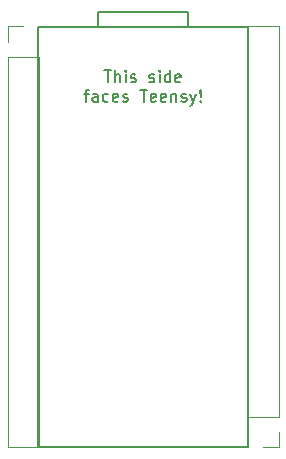
<source format=gto>
G04 #@! TF.GenerationSoftware,KiCad,Pcbnew,(5.1.4)-1*
G04 #@! TF.CreationDate,2019-11-09T18:50:37+08:00*
G04 #@! TF.ProjectId,teensy4_header_breakout,7465656e-7379-4345-9f68-65616465725f,rev?*
G04 #@! TF.SameCoordinates,Original*
G04 #@! TF.FileFunction,Legend,Top*
G04 #@! TF.FilePolarity,Positive*
%FSLAX46Y46*%
G04 Gerber Fmt 4.6, Leading zero omitted, Abs format (unit mm)*
G04 Created by KiCad (PCBNEW (5.1.4)-1) date 2019-11-09 18:50:37*
%MOMM*%
%LPD*%
G04 APERTURE LIST*
%ADD10C,0.150000*%
%ADD11C,0.120000*%
G04 APERTURE END LIST*
D10*
X156734285Y-83717380D02*
X157305714Y-83717380D01*
X157020000Y-84717380D02*
X157020000Y-83717380D01*
X157639047Y-84717380D02*
X157639047Y-83717380D01*
X158067619Y-84717380D02*
X158067619Y-84193571D01*
X158020000Y-84098333D01*
X157924761Y-84050714D01*
X157781904Y-84050714D01*
X157686666Y-84098333D01*
X157639047Y-84145952D01*
X158543809Y-84717380D02*
X158543809Y-84050714D01*
X158543809Y-83717380D02*
X158496190Y-83765000D01*
X158543809Y-83812619D01*
X158591428Y-83765000D01*
X158543809Y-83717380D01*
X158543809Y-83812619D01*
X158972380Y-84669761D02*
X159067619Y-84717380D01*
X159258095Y-84717380D01*
X159353333Y-84669761D01*
X159400952Y-84574523D01*
X159400952Y-84526904D01*
X159353333Y-84431666D01*
X159258095Y-84384047D01*
X159115238Y-84384047D01*
X159020000Y-84336428D01*
X158972380Y-84241190D01*
X158972380Y-84193571D01*
X159020000Y-84098333D01*
X159115238Y-84050714D01*
X159258095Y-84050714D01*
X159353333Y-84098333D01*
X160543809Y-84669761D02*
X160639047Y-84717380D01*
X160829523Y-84717380D01*
X160924761Y-84669761D01*
X160972380Y-84574523D01*
X160972380Y-84526904D01*
X160924761Y-84431666D01*
X160829523Y-84384047D01*
X160686666Y-84384047D01*
X160591428Y-84336428D01*
X160543809Y-84241190D01*
X160543809Y-84193571D01*
X160591428Y-84098333D01*
X160686666Y-84050714D01*
X160829523Y-84050714D01*
X160924761Y-84098333D01*
X161400952Y-84717380D02*
X161400952Y-84050714D01*
X161400952Y-83717380D02*
X161353333Y-83765000D01*
X161400952Y-83812619D01*
X161448571Y-83765000D01*
X161400952Y-83717380D01*
X161400952Y-83812619D01*
X162305714Y-84717380D02*
X162305714Y-83717380D01*
X162305714Y-84669761D02*
X162210476Y-84717380D01*
X162020000Y-84717380D01*
X161924761Y-84669761D01*
X161877142Y-84622142D01*
X161829523Y-84526904D01*
X161829523Y-84241190D01*
X161877142Y-84145952D01*
X161924761Y-84098333D01*
X162020000Y-84050714D01*
X162210476Y-84050714D01*
X162305714Y-84098333D01*
X163162857Y-84669761D02*
X163067619Y-84717380D01*
X162877142Y-84717380D01*
X162781904Y-84669761D01*
X162734285Y-84574523D01*
X162734285Y-84193571D01*
X162781904Y-84098333D01*
X162877142Y-84050714D01*
X163067619Y-84050714D01*
X163162857Y-84098333D01*
X163210476Y-84193571D01*
X163210476Y-84288809D01*
X162734285Y-84384047D01*
X155020000Y-85700714D02*
X155400952Y-85700714D01*
X155162857Y-86367380D02*
X155162857Y-85510238D01*
X155210476Y-85415000D01*
X155305714Y-85367380D01*
X155400952Y-85367380D01*
X156162857Y-86367380D02*
X156162857Y-85843571D01*
X156115238Y-85748333D01*
X156020000Y-85700714D01*
X155829523Y-85700714D01*
X155734285Y-85748333D01*
X156162857Y-86319761D02*
X156067619Y-86367380D01*
X155829523Y-86367380D01*
X155734285Y-86319761D01*
X155686666Y-86224523D01*
X155686666Y-86129285D01*
X155734285Y-86034047D01*
X155829523Y-85986428D01*
X156067619Y-85986428D01*
X156162857Y-85938809D01*
X157067619Y-86319761D02*
X156972380Y-86367380D01*
X156781904Y-86367380D01*
X156686666Y-86319761D01*
X156639047Y-86272142D01*
X156591428Y-86176904D01*
X156591428Y-85891190D01*
X156639047Y-85795952D01*
X156686666Y-85748333D01*
X156781904Y-85700714D01*
X156972380Y-85700714D01*
X157067619Y-85748333D01*
X157877142Y-86319761D02*
X157781904Y-86367380D01*
X157591428Y-86367380D01*
X157496190Y-86319761D01*
X157448571Y-86224523D01*
X157448571Y-85843571D01*
X157496190Y-85748333D01*
X157591428Y-85700714D01*
X157781904Y-85700714D01*
X157877142Y-85748333D01*
X157924761Y-85843571D01*
X157924761Y-85938809D01*
X157448571Y-86034047D01*
X158305714Y-86319761D02*
X158400952Y-86367380D01*
X158591428Y-86367380D01*
X158686666Y-86319761D01*
X158734285Y-86224523D01*
X158734285Y-86176904D01*
X158686666Y-86081666D01*
X158591428Y-86034047D01*
X158448571Y-86034047D01*
X158353333Y-85986428D01*
X158305714Y-85891190D01*
X158305714Y-85843571D01*
X158353333Y-85748333D01*
X158448571Y-85700714D01*
X158591428Y-85700714D01*
X158686666Y-85748333D01*
X159781904Y-85367380D02*
X160353333Y-85367380D01*
X160067619Y-86367380D02*
X160067619Y-85367380D01*
X161067619Y-86319761D02*
X160972380Y-86367380D01*
X160781904Y-86367380D01*
X160686666Y-86319761D01*
X160639047Y-86224523D01*
X160639047Y-85843571D01*
X160686666Y-85748333D01*
X160781904Y-85700714D01*
X160972380Y-85700714D01*
X161067619Y-85748333D01*
X161115238Y-85843571D01*
X161115238Y-85938809D01*
X160639047Y-86034047D01*
X161924761Y-86319761D02*
X161829523Y-86367380D01*
X161639047Y-86367380D01*
X161543809Y-86319761D01*
X161496190Y-86224523D01*
X161496190Y-85843571D01*
X161543809Y-85748333D01*
X161639047Y-85700714D01*
X161829523Y-85700714D01*
X161924761Y-85748333D01*
X161972380Y-85843571D01*
X161972380Y-85938809D01*
X161496190Y-86034047D01*
X162400952Y-85700714D02*
X162400952Y-86367380D01*
X162400952Y-85795952D02*
X162448571Y-85748333D01*
X162543809Y-85700714D01*
X162686666Y-85700714D01*
X162781904Y-85748333D01*
X162829523Y-85843571D01*
X162829523Y-86367380D01*
X163258095Y-86319761D02*
X163353333Y-86367380D01*
X163543809Y-86367380D01*
X163639047Y-86319761D01*
X163686666Y-86224523D01*
X163686666Y-86176904D01*
X163639047Y-86081666D01*
X163543809Y-86034047D01*
X163400952Y-86034047D01*
X163305714Y-85986428D01*
X163258095Y-85891190D01*
X163258095Y-85843571D01*
X163305714Y-85748333D01*
X163400952Y-85700714D01*
X163543809Y-85700714D01*
X163639047Y-85748333D01*
X164020000Y-85700714D02*
X164258095Y-86367380D01*
X164496190Y-85700714D02*
X164258095Y-86367380D01*
X164162857Y-86605476D01*
X164115238Y-86653095D01*
X164020000Y-86700714D01*
X164877142Y-86272142D02*
X164924761Y-86319761D01*
X164877142Y-86367380D01*
X164829523Y-86319761D01*
X164877142Y-86272142D01*
X164877142Y-86367380D01*
X164877142Y-85986428D02*
X164829523Y-85415000D01*
X164877142Y-85367380D01*
X164924761Y-85415000D01*
X164877142Y-85986428D01*
X164877142Y-85367380D01*
X156210000Y-78740000D02*
X156210000Y-80010000D01*
X163830000Y-78740000D02*
X156210000Y-78740000D01*
X163830000Y-80010000D02*
X163830000Y-78740000D01*
X168910000Y-115570000D02*
X168910000Y-80010000D01*
X151130000Y-115570000D02*
X168910000Y-115570000D01*
X151130000Y-80010000D02*
X151130000Y-115570000D01*
X168910000Y-80010000D02*
X151130000Y-80010000D01*
D11*
X171510000Y-115630000D02*
X170180000Y-115630000D01*
X171510000Y-114300000D02*
X171510000Y-115630000D01*
X171510000Y-113030000D02*
X168850000Y-113030000D01*
X168850000Y-113030000D02*
X168850000Y-79950000D01*
X171510000Y-113030000D02*
X171510000Y-79950000D01*
X171510000Y-79950000D02*
X168850000Y-79950000D01*
X148530000Y-79950000D02*
X149860000Y-79950000D01*
X148530000Y-81280000D02*
X148530000Y-79950000D01*
X148530000Y-82550000D02*
X151190000Y-82550000D01*
X151190000Y-82550000D02*
X151190000Y-115630000D01*
X148530000Y-82550000D02*
X148530000Y-115630000D01*
X148530000Y-115630000D02*
X151190000Y-115630000D01*
M02*

</source>
